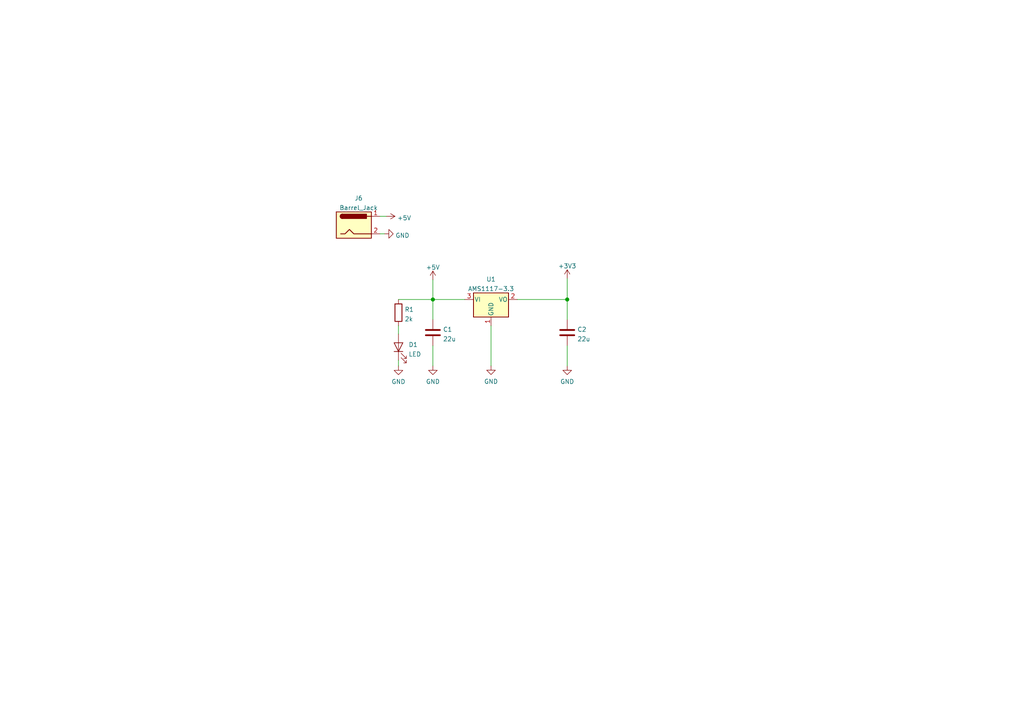
<source format=kicad_sch>
(kicad_sch (version 20210621) (generator eeschema)
  (paper "A4")
  (lib_symbols
    (symbol "Connector:Barrel_Jack" (pin_names (offset 1.016))
      (property "Reference" "J" (at 0 5.334 0))
      (property "Value" "Barrel_Jack" (at 0 -5.08 0))
      (symbol "Barrel_Jack_0_1"
        (arc (start -3.302 3.175) (end -3.302 1.905) (radius (at -3.302 2.54) (length 0.635) (angles 90.1 -90.1)) (stroke (width 0.254)))
        (arc (start -3.302 3.175) (end -3.302 1.905) (radius (at -3.302 2.54) (length 0.635) (angles 90.1 -90.1)) (stroke (width 0.254)) (fill (type outline)))
        (rectangle (start 3.683 3.175) (end -3.302 1.905) (stroke (width 0.254)) (fill (type outline)))
        (rectangle (start -5.08 3.81) (end 5.08 -3.81) (stroke (width 0.254)) (fill (type background)))
        (polyline (pts (xy 5.08 2.54) (xy 3.81 2.54)) (stroke (width 0.254)))
        (polyline (pts (xy -3.81 -2.54) (xy -2.54 -2.54) (xy -1.27 -1.27) (xy 0 -2.54) (xy 2.54 -2.54) (xy 5.08 -2.54)) (stroke (width 0.254)))
      )
      (symbol "Barrel_Jack_1_1"
        (pin passive line (at 7.62 2.54 180) (length 2.54) (name "~") (number "1"))
        (pin passive line (at 7.62 -2.54 180) (length 2.54) (name "~") (number "2"))
      )
    )
    (symbol "Device:C" (pin_numbers hide) (pin_names (offset 0.254))
      (property "Reference" "C" (at 0.635 2.54 0))
      (property "Value" "C" (at 0.635 -2.54 0))
      (symbol "C_0_1"
        (polyline (pts (xy -2.032 -0.762) (xy 2.032 -0.762)) (stroke (width 0.508)))
        (polyline (pts (xy -2.032 0.762) (xy 2.032 0.762)) (stroke (width 0.508)))
      )
      (symbol "C_1_1"
        (pin passive line (at 0 3.81 270) (length 2.794) (name "~") (number "1"))
        (pin passive line (at 0 -3.81 90) (length 2.794) (name "~") (number "2"))
      )
    )
    (symbol "Device:LED" (pin_numbers hide) (pin_names (offset 1.016) hide)
      (property "Reference" "D" (at 0 2.54 0))
      (property "Value" "LED" (at 0 -2.54 0))
      (symbol "LED_0_1"
        (polyline (pts (xy -1.27 -1.27) (xy -1.27 1.27)) (stroke (width 0.2032)))
        (polyline (pts (xy -1.27 0) (xy 1.27 0)))
        (polyline (pts (xy 1.27 -1.27) (xy 1.27 1.27) (xy -1.27 0) (xy 1.27 -1.27)) (stroke (width 0.2032)))
        (polyline (pts (xy -3.048 -0.762) (xy -4.572 -2.286) (xy -3.81 -2.286) (xy -4.572 -2.286) (xy -4.572 -1.524)))
        (polyline (pts (xy -1.778 -0.762) (xy -3.302 -2.286) (xy -2.54 -2.286) (xy -3.302 -2.286) (xy -3.302 -1.524)))
      )
      (symbol "LED_1_1"
        (pin passive line (at -3.81 0 0) (length 2.54) (name "K") (number "1"))
        (pin passive line (at 3.81 0 180) (length 2.54) (name "A") (number "2"))
      )
    )
    (symbol "Device:R" (pin_numbers hide) (pin_names (offset 0))
      (property "Reference" "R" (at 2.032 0 90))
      (property "Value" "R" (at 0 0 90))
      (symbol "R_0_1"
        (rectangle (start -1.016 -2.54) (end 1.016 2.54) (stroke (width 0.254)))
      )
      (symbol "R_1_1"
        (pin passive line (at 0 3.81 270) (length 1.27) (name "~") (number "1"))
        (pin passive line (at 0 -3.81 90) (length 1.27) (name "~") (number "2"))
      )
    )
    (symbol "Regulator_Linear:AMS1117-3.3" (pin_names (offset 0.254))
      (property "Reference" "U" (at -3.81 3.175 0))
      (property "Value" "AMS1117-3.3" (at 0 3.175 0))
      (symbol "AMS1117-3.3_0_1"
        (rectangle (start -5.08 -5.08) (end 5.08 1.905) (stroke (width 0.254)) (fill (type background)))
      )
      (symbol "AMS1117-3.3_1_1"
        (pin power_in line (at 0 -7.62 90) (length 2.54) (name "GND") (number "1"))
        (pin power_out line (at 7.62 0 180) (length 2.54) (name "VO") (number "2"))
        (pin power_in line (at -7.62 0 0) (length 2.54) (name "VI") (number "3"))
      )
    )
    (symbol "power:+3V3" (power) (pin_names (offset 0))
      (property "Value" "+3V3" (at 0 3.556 0))
      (symbol "+3V3_0_1"
        (polyline (pts (xy -0.762 1.27) (xy 0 2.54)))
        (polyline (pts (xy 0 0) (xy 0 2.54)))
        (polyline (pts (xy 0 2.54) (xy 0.762 1.27)))
      )
      (symbol "+3V3_1_1"
        (pin power_in line (at 0 0 90) (length 0) hide (name "+3V3") (number "1"))
      )
    )
    (symbol "power:+5V" (power) (pin_names (offset 0))
      (property "Value" "+5V" (at 0 3.556 0))
      (symbol "+5V_0_1"
        (polyline (pts (xy -0.762 1.27) (xy 0 2.54)))
        (polyline (pts (xy 0 0) (xy 0 2.54)))
        (polyline (pts (xy 0 2.54) (xy 0.762 1.27)))
      )
      (symbol "+5V_1_1"
        (pin power_in line (at 0 0 90) (length 0) hide (name "+5V") (number "1"))
      )
    )
    (symbol "power:GND" (power) (pin_names (offset 0))
      (property "Value" "GND" (at 0 -3.81 0))
      (symbol "GND_0_1"
        (polyline (pts (xy 0 0) (xy 0 -1.27) (xy 1.27 -1.27) (xy 0 -2.54) (xy -1.27 -1.27) (xy 0 -1.27)))
      )
      (symbol "GND_1_1"
        (pin power_in line (at 0 0 270) (length 0) hide (name "GND") (number "1"))
      )
    )
  )
  (junction (at 125.5522 86.868) (diameter 1.016))
  (junction (at 164.5158 86.868) (diameter 1.016))
  (wire (pts (xy 110.236 62.738) (xy 112.014 62.738)))
  (wire (pts (xy 110.236 67.818) (xy 111.506 67.818)))
  (wire (pts (xy 115.57 86.868) (xy 125.5522 86.868)))
  (wire (pts (xy 115.57 94.488) (xy 115.57 96.8756)))
  (wire (pts (xy 115.57 104.4956) (xy 115.57 106.1466)))
  (wire (pts (xy 125.5522 81.153) (xy 125.5522 86.7918)))
  (wire (pts (xy 125.5522 86.868) (xy 125.5522 92.6592)))
  (wire (pts (xy 125.5522 86.868) (xy 134.7978 86.868)))
  (wire (pts (xy 125.5522 100.2792) (xy 125.5522 106.1212)))
  (wire (pts (xy 142.4178 94.488) (xy 142.4178 106.0958)))
  (wire (pts (xy 150.0378 86.868) (xy 164.5158 86.868)))
  (wire (pts (xy 164.5158 80.772) (xy 164.5158 86.868)))
  (wire (pts (xy 164.5158 86.868) (xy 164.5158 92.6592)))
  (wire (pts (xy 164.5158 100.2792) (xy 164.5158 106.1212)))
  (symbol (lib_id "power:+5V") (at 112.014 62.738 270) (unit 1)
    (property "Reference" "#EXT_5v01" (effects hide))
    (property "Value" "+5V" (at 115.1891 63.217 90) (effects (justify left)))
  )
  (symbol (lib_id "power:+5V") (at 125.5522 81.153 0) (unit 1)
    (property "Reference" "#EXT_5v0101" (effects hide))
    (property "Value" "+5V" (at 125.5522 77.5484 0))
  )
  (symbol (lib_id "power:+3V3") (at 164.5158 80.772 0) (unit 1)
    (property "Reference" "#PWR0101" (effects hide))
    (property "Value" "+3V3" (at 164.5158 77.1674 0))
  )
  (symbol (lib_id "power:GND") (at 111.506 67.818 90) (unit 1)
    (property "Reference" "#PWR01" (effects hide))
    (property "Value" "GND" (at 114.6811 68.297 90) (effects (justify right)))
  )
  (symbol (lib_id "power:GND") (at 115.57 106.1466 0) (unit 1)
    (property "Reference" "#PWR0104" (effects hide))
    (property "Value" "GND" (at 115.57 110.7092 0))
  )
  (symbol (lib_id "power:GND") (at 125.5522 106.1212 0) (unit 1)
    (property "Reference" "#PWR0105" (effects hide))
    (property "Value" "GND" (at 125.5522 110.6838 0))
  )
  (symbol (lib_id "power:GND") (at 142.4178 106.0958 0) (unit 1)
    (property "Reference" "#PWR0103" (effects hide))
    (property "Value" "GND" (at 142.4178 110.6584 0))
  )
  (symbol (lib_id "power:GND") (at 164.5158 106.1212 0) (unit 1)
    (property "Reference" "#PWR0102" (effects hide))
    (property "Value" "GND" (at 164.5158 110.6838 0))
  )
  (symbol (lib_id "Device:R") (at 115.57 90.678 0) (unit 1)
    (property "Reference" "R1" (at 117.3481 89.7695 0) (effects (justify left)))
    (property "Value" "2k" (at 117.3481 92.5446 0) (effects (justify left)))
    (property "Footprint" "Resistor_SMD:R_0603_1608Metric" (effects hide))
  )
  (symbol (lib_id "Device:LED") (at 115.57 100.6856 90) (unit 1)
    (property "Reference" "D1" (at 118.4911 99.9676 90) (effects (justify right)))
    (property "Value" "LED" (at 118.4911 102.7427 90) (effects (justify right)))
    (property "Footprint" "LED_SMD:LED_0603_1608Metric" (effects hide))
  )
  (symbol (lib_id "Device:C") (at 125.5522 96.4692 0) (unit 1)
    (property "Reference" "C1" (at 128.4733 95.5607 0) (effects (justify left)))
    (property "Value" "22u" (at 128.4733 98.3358 0) (effects (justify left)))
    (property "Footprint" "Capacitor_SMD:C_0603_1608Metric" (effects hide))
  )
  (symbol (lib_id "Device:C") (at 164.5158 96.4692 0) (unit 1)
    (property "Reference" "C2" (at 167.4369 95.5607 0) (effects (justify left)))
    (property "Value" "22u" (at 167.4369 98.3358 0) (effects (justify left)))
    (property "Footprint" "Capacitor_SMD:C_0603_1608Metric" (effects hide))
  )
  (symbol (lib_id "Connector:Barrel_Jack") (at 102.616 65.278 0) (unit 1)
    (property "Reference" "J6" (at 104.013 57.5014 0))
    (property "Value" "Barrel_Jack" (at 104.013 60.2765 0))
    (property "Footprint" "Connector_BarrelJack:BarrelJack_CLIFF_FC681465S_SMT_Horizontal" (effects hide))
  )
  (symbol (lib_id "Regulator_Linear:AMS1117-3.3") (at 142.4178 86.868 0) (unit 1)
    (property "Reference" "U1" (at 142.4178 80.9964 0))
    (property "Value" "AMS1117-3.3" (at 142.4178 83.7715 0))
    (property "Footprint" "Package_TO_SOT_SMD:SOT-223-3_TabPin2" (effects hide))
    (property "Datasheet" "http://www.advanced-monolithic.com/pdf/ds1117.pdf" (effects hide))
  )
)
</source>
